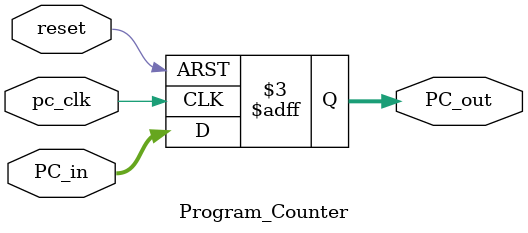
<source format=sv>
`timescale 1ns / 1ps


module Program_Counter(
	input logic pc_clk,
	input logic reset,
    input logic [31:0] PC_in,
    output logic [31:0] PC_out
    );
      
    always_ff @ (posedge pc_clk or posedge reset)
    begin
        if(reset == 1'b1)
            PC_out <= 32'd0;
        else
            PC_out <= PC_in;
    end

endmodule

</source>
